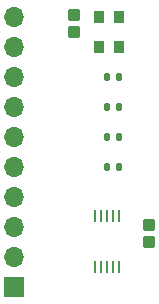
<source format=gbr>
%TF.GenerationSoftware,KiCad,Pcbnew,8.0.8*%
%TF.CreationDate,2025-01-25T22:43:36+07:00*%
%TF.ProjectId,Pton1,50746f6e-312e-46b6-9963-61645f706362,rev?*%
%TF.SameCoordinates,Original*%
%TF.FileFunction,Soldermask,Top*%
%TF.FilePolarity,Negative*%
%FSLAX46Y46*%
G04 Gerber Fmt 4.6, Leading zero omitted, Abs format (unit mm)*
G04 Created by KiCad (PCBNEW 8.0.8) date 2025-01-25 22:43:36*
%MOMM*%
%LPD*%
G01*
G04 APERTURE LIST*
G04 Aperture macros list*
%AMRoundRect*
0 Rectangle with rounded corners*
0 $1 Rounding radius*
0 $2 $3 $4 $5 $6 $7 $8 $9 X,Y pos of 4 corners*
0 Add a 4 corners polygon primitive as box body*
4,1,4,$2,$3,$4,$5,$6,$7,$8,$9,$2,$3,0*
0 Add four circle primitives for the rounded corners*
1,1,$1+$1,$2,$3*
1,1,$1+$1,$4,$5*
1,1,$1+$1,$6,$7*
1,1,$1+$1,$8,$9*
0 Add four rect primitives between the rounded corners*
20,1,$1+$1,$2,$3,$4,$5,0*
20,1,$1+$1,$4,$5,$6,$7,0*
20,1,$1+$1,$6,$7,$8,$9,0*
20,1,$1+$1,$8,$9,$2,$3,0*%
G04 Aperture macros list end*
%ADD10RoundRect,0.250000X0.275000X-0.287500X0.275000X0.287500X-0.275000X0.287500X-0.275000X-0.287500X0*%
%ADD11RoundRect,0.135000X-0.135000X-0.185000X0.135000X-0.185000X0.135000X0.185000X-0.135000X0.185000X0*%
%ADD12R,1.700000X1.700000*%
%ADD13O,1.700000X1.700000*%
%ADD14RoundRect,0.250000X-0.275000X0.287500X-0.275000X-0.287500X0.275000X-0.287500X0.275000X0.287500X0*%
%ADD15RoundRect,0.135000X0.135000X0.185000X-0.135000X0.185000X-0.135000X-0.185000X0.135000X-0.185000X0*%
%ADD16R,0.900000X1.000000*%
%ADD17R,0.250000X1.100000*%
G04 APERTURE END LIST*
D10*
%TO.C,C2*%
X95250000Y-44295000D03*
X95250000Y-45720000D03*
%TD*%
D11*
%TO.C,R4*%
X98040000Y-54610000D03*
X99060000Y-54610000D03*
%TD*%
D12*
%TO.C,J2*%
X90170000Y-67310000D03*
D13*
X90170000Y-64770000D03*
X90170000Y-62230000D03*
X90170000Y-59690000D03*
X90170000Y-57150000D03*
X90170000Y-54610000D03*
X90170000Y-52070000D03*
X90170000Y-49530000D03*
X90170000Y-46990000D03*
X90170000Y-44450000D03*
%TD*%
D14*
%TO.C,C1*%
X101600000Y-62075000D03*
X101600000Y-63500000D03*
%TD*%
D15*
%TO.C,R2*%
X99060000Y-49530000D03*
X98040000Y-49530000D03*
%TD*%
D16*
%TO.C,FB1*%
X97360000Y-44450000D03*
X99060000Y-44450000D03*
%TD*%
%TO.C,FB2*%
X97360000Y-46990000D03*
X99060000Y-46990000D03*
%TD*%
D17*
%TO.C,Ship1*%
X99060000Y-61350000D03*
X98560000Y-61350000D03*
X98060000Y-61350000D03*
X97560000Y-61350000D03*
X97060000Y-61350000D03*
X97060000Y-65650000D03*
X97560000Y-65650000D03*
X98060000Y-65650000D03*
X98560000Y-65650000D03*
X99060000Y-65650000D03*
%TD*%
D15*
%TO.C,R1*%
X99060000Y-57150000D03*
X98040000Y-57150000D03*
%TD*%
%TO.C,R3*%
X99060000Y-52070000D03*
X98040000Y-52070000D03*
%TD*%
M02*

</source>
